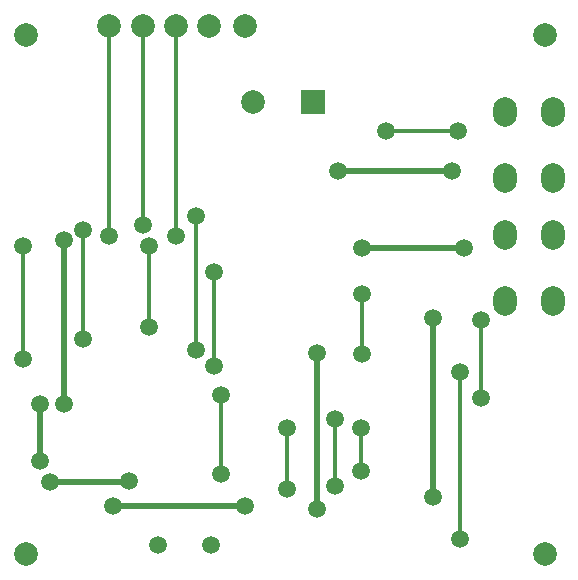
<source format=gbr>
%TF.GenerationSoftware,Altium Limited,Altium Designer,21.2.1 (34)*%
G04 Layer_Physical_Order=1*
G04 Layer_Color=6711008*
%FSLAX25Y25*%
%MOIN*%
%TF.SameCoordinates,9F7D5B0E-9DD4-4BF0-BF89-A6B7BC673C6C*%
%TF.FilePolarity,Positive*%
%TF.FileFunction,Copper,L1,Top,Signal*%
%TF.Part,Single*%
G01*
G75*
%TA.AperFunction,Conductor*%
%ADD10C,0.01181*%
%ADD11C,0.01968*%
%TA.AperFunction,ComponentPad*%
%ADD12O,0.07874X0.09843*%
%ADD13R,0.07874X0.07874*%
%ADD14C,0.07874*%
%ADD15C,0.05906*%
%TA.AperFunction,ViaPad*%
%ADD16C,0.07874*%
%ADD17C,0.05906*%
D10*
X132000Y153000D02*
X156000D01*
X163500Y63839D02*
Y90000D01*
X123500Y39500D02*
Y54000D01*
X99000Y33500D02*
Y54000D01*
X30994Y119939D02*
X31000Y119946D01*
X30994Y83494D02*
Y119939D01*
X46112Y36000D02*
X46331Y36219D01*
X156500Y17000D02*
Y72500D01*
X115000Y34669D02*
Y56861D01*
X124000Y78500D02*
Y98500D01*
X77000Y38500D02*
Y65000D01*
X51000Y121500D02*
Y188000D01*
X52985Y87444D02*
X53000Y87458D01*
Y114500D01*
X68500Y80000D02*
Y124500D01*
X62000Y118000D02*
Y188000D01*
X39500Y118000D02*
Y188000D01*
X74500Y74500D02*
Y106000D01*
X11000Y77062D02*
X11031Y77031D01*
X11000Y77062D02*
Y114500D01*
D11*
X24500Y62000D02*
Y116500D01*
X124000Y114000D02*
X158000D01*
X41000Y28000D02*
X85000D01*
X20000Y36000D02*
X46112D01*
X16500Y43000D02*
Y62000D01*
X109000Y27000D02*
Y79000D01*
X116000Y139500D02*
X154000D01*
X147500Y31000D02*
Y90500D01*
D12*
X187500Y118213D02*
D03*
X171752D02*
D03*
Y96165D02*
D03*
X187500D02*
D03*
Y159213D02*
D03*
X171752D02*
D03*
Y137165D02*
D03*
X187500D02*
D03*
D13*
X107500Y162500D02*
D03*
D14*
X87500D02*
D03*
D15*
X73716Y15000D02*
D03*
X56000D02*
D03*
D16*
X11811Y185039D02*
D03*
X185039D02*
D03*
Y11811D02*
D03*
X11811D02*
D03*
X73000Y188000D02*
D03*
X85000D02*
D03*
X51000D02*
D03*
X62000D02*
D03*
X39500D02*
D03*
D17*
X132000Y153000D02*
D03*
X163500Y63839D02*
D03*
Y90000D02*
D03*
X156000Y153000D02*
D03*
X123500Y54000D02*
D03*
Y39500D02*
D03*
X99000Y33500D02*
D03*
Y54000D02*
D03*
X30994Y83494D02*
D03*
X31000Y119946D02*
D03*
X24500Y116500D02*
D03*
Y62000D02*
D03*
X124000Y114000D02*
D03*
X158000D02*
D03*
X41000Y28000D02*
D03*
X85000D02*
D03*
X20000Y36000D02*
D03*
X46331Y36219D02*
D03*
X16500Y43000D02*
D03*
Y62000D02*
D03*
X156500Y17000D02*
D03*
Y72500D02*
D03*
X109000Y79000D02*
D03*
X116000Y139500D02*
D03*
X115000Y34669D02*
D03*
Y56861D02*
D03*
X109000Y27000D02*
D03*
X124000Y78500D02*
D03*
X77000Y38500D02*
D03*
Y65000D02*
D03*
X51000Y121500D02*
D03*
X53000Y114500D02*
D03*
X68500Y124500D02*
D03*
Y80000D02*
D03*
X62000Y118000D02*
D03*
X39500D02*
D03*
X74500Y106000D02*
D03*
Y74500D02*
D03*
X52985Y87444D02*
D03*
X147500Y31000D02*
D03*
Y90500D02*
D03*
X154000Y139500D02*
D03*
X11031Y77031D02*
D03*
X11000Y114500D02*
D03*
X124000Y98500D02*
D03*
%TF.MD5,20bd315b0cb90aaa43a16d885cd616aa*%
M02*

</source>
